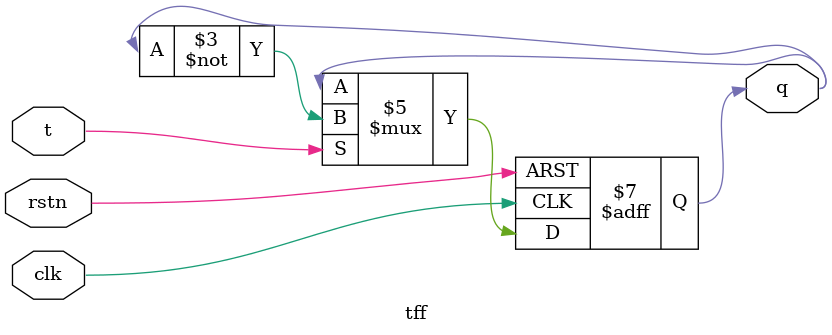
<source format=sv>

module tff (
    input  logic clk,
    input  logic rstn,   // Active low reset
    input  logic t,
    output logic q
);
    always_ff @(posedge clk or negedge rstn) begin
        if (!rstn)
            q <= 0;      // Reset initializes Q to 0
        else if (t)
            q <= ~q;     // Toggle
        else
            q <= q;      // Hold
    end
endmodule



</source>
